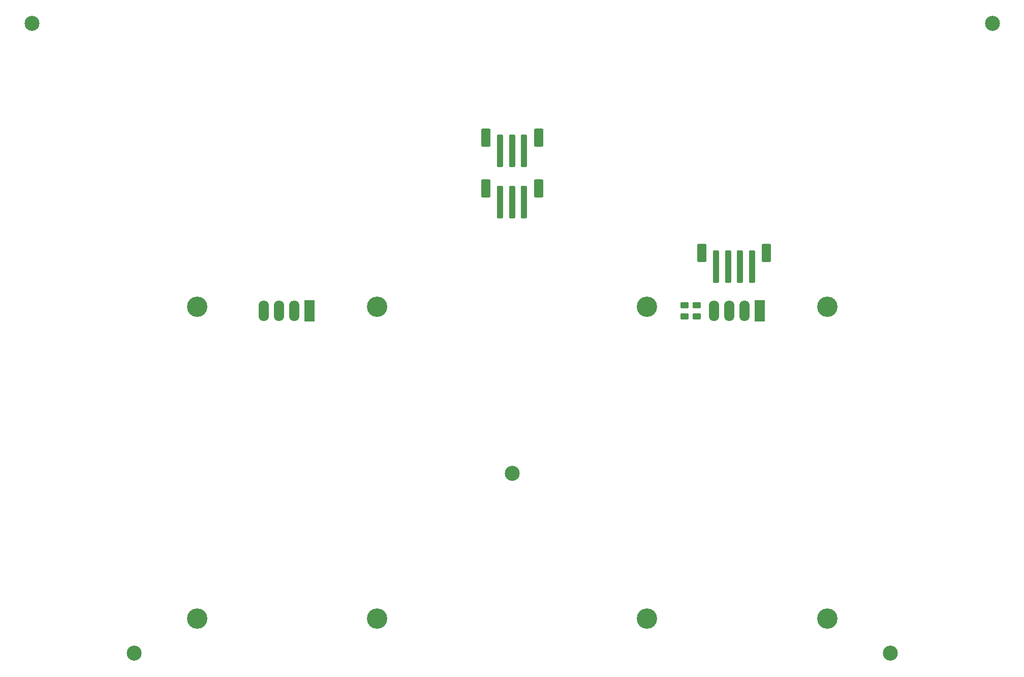
<source format=gbr>
%TF.GenerationSoftware,KiCad,Pcbnew,8.0.6+1*%
%TF.CreationDate,2024-12-16T18:23:23+00:00*%
%TF.ProjectId,pedalboard-display,70656461-6c62-46f6-9172-642d64697370,1.0.1-RC*%
%TF.SameCoordinates,Original*%
%TF.FileFunction,Soldermask,Bot*%
%TF.FilePolarity,Negative*%
%FSLAX46Y46*%
G04 Gerber Fmt 4.6, Leading zero omitted, Abs format (unit mm)*
G04 Created by KiCad (PCBNEW 8.0.6+1) date 2024-12-16 18:23:23*
%MOMM*%
%LPD*%
G01*
G04 APERTURE LIST*
G04 Aperture macros list*
%AMRoundRect*
0 Rectangle with rounded corners*
0 $1 Rounding radius*
0 $2 $3 $4 $5 $6 $7 $8 $9 X,Y pos of 4 corners*
0 Add a 4 corners polygon primitive as box body*
4,1,4,$2,$3,$4,$5,$6,$7,$8,$9,$2,$3,0*
0 Add four circle primitives for the rounded corners*
1,1,$1+$1,$2,$3*
1,1,$1+$1,$4,$5*
1,1,$1+$1,$6,$7*
1,1,$1+$1,$8,$9*
0 Add four rect primitives between the rounded corners*
20,1,$1+$1,$2,$3,$4,$5,0*
20,1,$1+$1,$4,$5,$6,$7,0*
20,1,$1+$1,$6,$7,$8,$9,0*
20,1,$1+$1,$8,$9,$2,$3,0*%
G04 Aperture macros list end*
%ADD10C,2.500000*%
%ADD11C,3.400000*%
%ADD12R,1.700000X3.600000*%
%ADD13O,1.700000X3.500000*%
%ADD14RoundRect,0.250000X0.450000X-0.262500X0.450000X0.262500X-0.450000X0.262500X-0.450000X-0.262500X0*%
%ADD15RoundRect,0.250000X0.250000X2.500000X-0.250000X2.500000X-0.250000X-2.500000X0.250000X-2.500000X0*%
%ADD16RoundRect,0.250000X0.550000X1.250000X-0.550000X1.250000X-0.550000X-1.250000X0.550000X-1.250000X0*%
G04 APERTURE END LIST*
D10*
%TO.C,H4*%
X170000000Y-133000000D03*
%TD*%
%TO.C,H3*%
X187000000Y-28000000D03*
%TD*%
D11*
%TO.C,U1*%
X54500000Y-75200000D03*
X54500000Y-127200000D03*
X84500000Y-75200000D03*
X84500000Y-127200000D03*
D12*
X73288000Y-75872800D03*
D13*
X70748000Y-75872800D03*
X68208000Y-75872800D03*
X65668000Y-75872800D03*
%TD*%
D10*
%TO.C,H2*%
X44000000Y-133000000D03*
%TD*%
%TO.C,H5*%
X107000000Y-103000000D03*
%TD*%
%TO.C,H1*%
X27000000Y-28000000D03*
%TD*%
D11*
%TO.C,U2*%
X129500000Y-75200000D03*
X129500000Y-127200000D03*
X159500000Y-75200000D03*
X159500000Y-127200000D03*
D12*
X148288000Y-75872800D03*
D13*
X145748000Y-75872800D03*
X143208000Y-75872800D03*
X140668000Y-75872800D03*
%TD*%
D14*
%TO.C,R3*%
X135750000Y-76825000D03*
X135750000Y-75000000D03*
%TD*%
%TO.C,R2*%
X137750000Y-76825000D03*
X137750000Y-75000000D03*
%TD*%
D15*
%TO.C,J3*%
X147000000Y-68500000D03*
X145000000Y-68500000D03*
X143000000Y-68500000D03*
X141000000Y-68500000D03*
D16*
X149400000Y-66250000D03*
X138600000Y-66250000D03*
%TD*%
D15*
%TO.C,J2*%
X109000000Y-49250000D03*
X107000000Y-49250000D03*
X105000000Y-49250000D03*
D16*
X111400000Y-47000000D03*
X102600000Y-47000000D03*
%TD*%
D15*
%TO.C,J1*%
X109000000Y-57750000D03*
X107000000Y-57750000D03*
X105000000Y-57750000D03*
D16*
X111400000Y-55500000D03*
X102600000Y-55500000D03*
%TD*%
M02*

</source>
